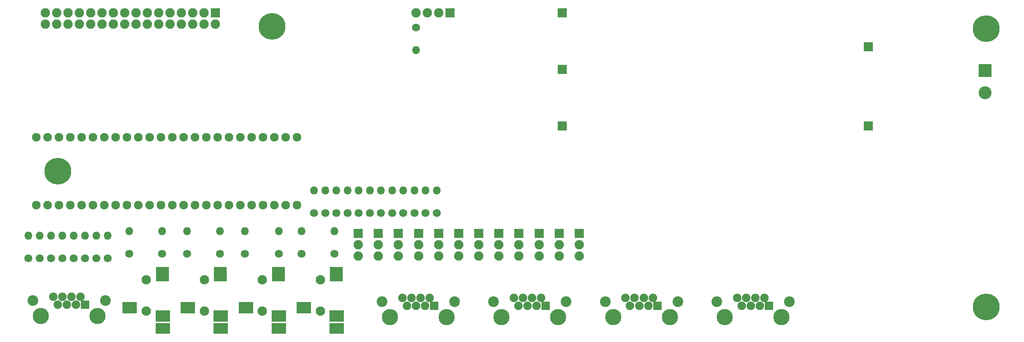
<source format=gts>
G04 #@! TF.GenerationSoftware,KiCad,Pcbnew,(5.1.4)-1*
G04 #@! TF.CreationDate,2019-10-21T16:42:35-04:00*
G04 #@! TF.ProjectId,relay_ctrl_lab,72656c61-795f-4637-9472-6c5f6c61622e,rev?*
G04 #@! TF.SameCoordinates,Original*
G04 #@! TF.FileFunction,Soldermask,Top*
G04 #@! TF.FilePolarity,Negative*
%FSLAX46Y46*%
G04 Gerber Fmt 4.6, Leading zero omitted, Abs format (unit mm)*
G04 Created by KiCad (PCBNEW (5.1.4)-1) date 2019-10-21 16:42:35*
%MOMM*%
%LPD*%
G04 APERTURE LIST*
%ADD10O,2.100000X2.100000*%
%ADD11R,2.100000X2.100000*%
%ADD12O,1.800000X1.800000*%
%ADD13C,1.800000*%
%ADD14C,2.400000*%
%ADD15C,3.650000*%
%ADD16C,1.900000*%
%ADD17R,1.900000X1.900000*%
%ADD18C,2.100000*%
%ADD19R,3.200000X2.600000*%
%ADD20R,3.000000X3.200000*%
%ADD21R,3.200000X2.400000*%
%ADD22C,6.000000*%
%ADD23C,1.930000*%
%ADD24C,2.900000*%
%ADD25R,2.900000X2.900000*%
G04 APERTURE END LIST*
D10*
X172762000Y-137668000D03*
X172762000Y-135128000D03*
D11*
X172762000Y-132588000D03*
D10*
X168262000Y-137668000D03*
X168262000Y-135128000D03*
D11*
X168262000Y-132588000D03*
D10*
X177262000Y-137668000D03*
X177262000Y-135128000D03*
D11*
X177262000Y-132588000D03*
D10*
X154762000Y-137668000D03*
X154762000Y-135128000D03*
D11*
X154762000Y-132588000D03*
D10*
X159262000Y-137668000D03*
X159262000Y-135128000D03*
D11*
X159262000Y-132588000D03*
D10*
X163762000Y-137668000D03*
X163762000Y-135128000D03*
D11*
X163762000Y-132588000D03*
D10*
X141262000Y-137668000D03*
X141262000Y-135128000D03*
D11*
X141262000Y-132588000D03*
D10*
X145762000Y-137668000D03*
X145762000Y-135128000D03*
D11*
X145762000Y-132588000D03*
D10*
X150262000Y-137668000D03*
X150262000Y-135128000D03*
D11*
X150262000Y-132588000D03*
D10*
X127762000Y-137668000D03*
X127762000Y-135128000D03*
D11*
X127762000Y-132588000D03*
D10*
X132262000Y-137668000D03*
X132262000Y-135128000D03*
D11*
X132262000Y-132588000D03*
D10*
X136762000Y-137668000D03*
X136762000Y-135128000D03*
D11*
X136762000Y-132588000D03*
D12*
X140356000Y-122936000D03*
D13*
X140356000Y-128016000D03*
D12*
X142856000Y-122936000D03*
D13*
X142856000Y-128016000D03*
D12*
X145356000Y-122936000D03*
D13*
X145356000Y-128016000D03*
D12*
X132856000Y-122936000D03*
D13*
X132856000Y-128016000D03*
D12*
X135356000Y-122936000D03*
D13*
X135356000Y-128016000D03*
D12*
X137856000Y-122936000D03*
D13*
X137856000Y-128016000D03*
D12*
X125356000Y-122936000D03*
D13*
X125356000Y-128016000D03*
D12*
X127856000Y-122936000D03*
D13*
X127856000Y-128016000D03*
D12*
X130356000Y-122936000D03*
D13*
X130356000Y-128016000D03*
D12*
X117856000Y-122936000D03*
D13*
X117856000Y-128016000D03*
D12*
X120356000Y-122936000D03*
D13*
X120356000Y-128016000D03*
D12*
X122856000Y-122936000D03*
D13*
X122856000Y-128016000D03*
D14*
X149350000Y-147954000D03*
X133090000Y-147954000D03*
D15*
X134870000Y-151384000D03*
X147570000Y-151384000D03*
D16*
X137640000Y-147064000D03*
X139680000Y-147064000D03*
X141720000Y-147064000D03*
X143760000Y-147064000D03*
X138660000Y-148844000D03*
X140700000Y-148844000D03*
X142740000Y-148844000D03*
D17*
X144780000Y-148844000D03*
D14*
X174350000Y-147954000D03*
X158090000Y-147954000D03*
D15*
X159870000Y-151384000D03*
X172570000Y-151384000D03*
D16*
X162640000Y-147064000D03*
X164680000Y-147064000D03*
X166720000Y-147064000D03*
X168760000Y-147064000D03*
X163660000Y-148844000D03*
X165700000Y-148844000D03*
X167740000Y-148844000D03*
D17*
X169780000Y-148844000D03*
D14*
X199350000Y-147954000D03*
X183090000Y-147954000D03*
D15*
X184870000Y-151384000D03*
X197570000Y-151384000D03*
D16*
X187640000Y-147064000D03*
X189680000Y-147064000D03*
X191720000Y-147064000D03*
X193760000Y-147064000D03*
X188660000Y-148844000D03*
X190700000Y-148844000D03*
X192740000Y-148844000D03*
D17*
X194780000Y-148844000D03*
D14*
X224350000Y-147954000D03*
X208090000Y-147954000D03*
D15*
X209870000Y-151384000D03*
X222570000Y-151384000D03*
D16*
X212640000Y-147064000D03*
X214680000Y-147064000D03*
X216720000Y-147064000D03*
X218760000Y-147064000D03*
X213660000Y-148844000D03*
X215700000Y-148844000D03*
X217740000Y-148844000D03*
D17*
X219780000Y-148844000D03*
D18*
X80264000Y-143062000D03*
X80264000Y-150062000D03*
D19*
X83964000Y-151162000D03*
X76564000Y-149262000D03*
D20*
X83864000Y-141762000D03*
D21*
X83964000Y-153962000D03*
D18*
X106264000Y-143062000D03*
X106264000Y-150062000D03*
D19*
X109964000Y-151162000D03*
X102564000Y-149262000D03*
D20*
X109864000Y-141762000D03*
D21*
X109964000Y-153962000D03*
D18*
X93264000Y-143062000D03*
X93264000Y-150062000D03*
D19*
X96964000Y-151162000D03*
X89564000Y-149262000D03*
D20*
X96864000Y-141762000D03*
D21*
X96964000Y-153962000D03*
D18*
X119264000Y-143062000D03*
X119264000Y-150062000D03*
D19*
X122964000Y-151162000D03*
X115564000Y-149262000D03*
D20*
X122864000Y-141762000D03*
D21*
X122964000Y-153962000D03*
D12*
X89408000Y-132080000D03*
D13*
X89408000Y-137160000D03*
D12*
X115062000Y-132080000D03*
D13*
X115062000Y-137160000D03*
D12*
X109982000Y-132080000D03*
D13*
X109982000Y-137160000D03*
D12*
X122428000Y-132080000D03*
D13*
X122428000Y-137160000D03*
D12*
X96774000Y-132080000D03*
D13*
X96774000Y-137160000D03*
D12*
X102362000Y-132080000D03*
D13*
X102362000Y-137160000D03*
D12*
X83820000Y-132080000D03*
D13*
X83820000Y-137160000D03*
D22*
X60452000Y-118618000D03*
X268478000Y-149098000D03*
X268478000Y-86614000D03*
X108458000Y-86106000D03*
D23*
X98806000Y-110998000D03*
X101346000Y-110998000D03*
X103886000Y-110998000D03*
X106426000Y-110998000D03*
X108966000Y-110998000D03*
X111506000Y-110998000D03*
X114046000Y-110998000D03*
X96266000Y-110998000D03*
X93726000Y-110998000D03*
X91186000Y-110998000D03*
X114046000Y-126238000D03*
X111506000Y-126238000D03*
X108966000Y-126238000D03*
X106426000Y-126238000D03*
X103886000Y-126238000D03*
X101346000Y-126238000D03*
X98806000Y-126238000D03*
X96266000Y-126238000D03*
X55626000Y-110998000D03*
X58166000Y-110998000D03*
X60706000Y-110998000D03*
X63246000Y-110998000D03*
X65786000Y-110998000D03*
X68326000Y-110998000D03*
X70866000Y-110998000D03*
X73406000Y-110998000D03*
X75946000Y-110998000D03*
X78486000Y-110998000D03*
X81026000Y-110998000D03*
X83566000Y-110998000D03*
X86106000Y-110998000D03*
X88646000Y-110998000D03*
X93726000Y-126238000D03*
X91186000Y-126238000D03*
X88646000Y-126238000D03*
X86106000Y-126238000D03*
X83566000Y-126238000D03*
X81026000Y-126238000D03*
X78486000Y-126238000D03*
X75946000Y-126238000D03*
X73406000Y-126238000D03*
X70866000Y-126238000D03*
X68326000Y-126238000D03*
X65786000Y-126238000D03*
X63246000Y-126238000D03*
X60706000Y-126238000D03*
X58166000Y-126238000D03*
X55626000Y-126238000D03*
D10*
X57658000Y-85598000D03*
X57658000Y-83058000D03*
X60198000Y-85598000D03*
X60198000Y-83058000D03*
X62738000Y-85598000D03*
X62738000Y-83058000D03*
X65278000Y-85598000D03*
X65278000Y-83058000D03*
X67818000Y-85598000D03*
X67818000Y-83058000D03*
X70358000Y-85598000D03*
X70358000Y-83058000D03*
X72898000Y-85598000D03*
X72898000Y-83058000D03*
X75438000Y-85598000D03*
X75438000Y-83058000D03*
X77978000Y-85598000D03*
X77978000Y-83058000D03*
X80518000Y-85598000D03*
X80518000Y-83058000D03*
X83058000Y-85598000D03*
X83058000Y-83058000D03*
X85598000Y-85598000D03*
X85598000Y-83058000D03*
X88138000Y-85598000D03*
X88138000Y-83058000D03*
X90678000Y-85598000D03*
X90678000Y-83058000D03*
X93218000Y-85598000D03*
X93218000Y-83058000D03*
X95758000Y-85598000D03*
D11*
X95758000Y-83058000D03*
D24*
X268224000Y-101012000D03*
D25*
X268224000Y-96012000D03*
D12*
X140716000Y-91440000D03*
D13*
X140716000Y-86360000D03*
D11*
X242062000Y-108458000D03*
X242062000Y-90678000D03*
D10*
X140716000Y-83058000D03*
X143256000Y-83058000D03*
X145796000Y-83058000D03*
D11*
X148336000Y-83058000D03*
X173482000Y-95758000D03*
X173482000Y-108458000D03*
X173482000Y-83058000D03*
D14*
X71118000Y-147700000D03*
X54858000Y-147700000D03*
D15*
X56638000Y-151130000D03*
X69338000Y-151130000D03*
D16*
X59408000Y-146810000D03*
X61448000Y-146810000D03*
X63488000Y-146810000D03*
X65528000Y-146810000D03*
X60428000Y-148590000D03*
X62468000Y-148590000D03*
X64508000Y-148590000D03*
D17*
X66548000Y-148590000D03*
D12*
X76454000Y-132080000D03*
D13*
X76454000Y-137160000D03*
D12*
X53848000Y-133096000D03*
D13*
X53848000Y-138176000D03*
D12*
X58928000Y-133096000D03*
D13*
X58928000Y-138176000D03*
D12*
X66548000Y-133096000D03*
D13*
X66548000Y-138176000D03*
D12*
X56388000Y-133096000D03*
D13*
X56388000Y-138176000D03*
D12*
X61468000Y-133096000D03*
D13*
X61468000Y-138176000D03*
D12*
X64008000Y-133096000D03*
D13*
X64008000Y-138176000D03*
D12*
X69088000Y-133096000D03*
D13*
X69088000Y-138176000D03*
D12*
X71628000Y-133096000D03*
D13*
X71628000Y-138176000D03*
M02*

</source>
